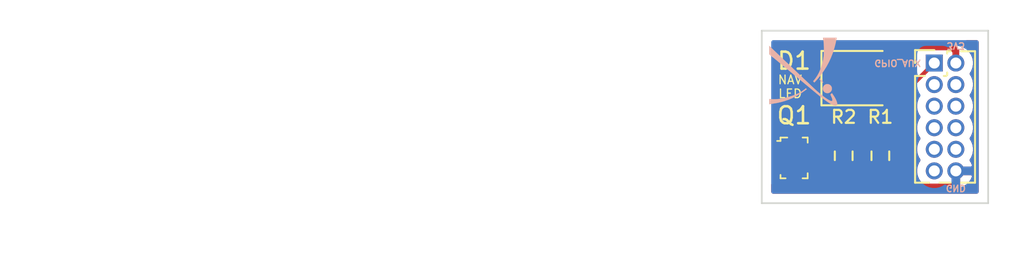
<source format=kicad_pcb>
(kicad_pcb (version 20171130) (host pcbnew "(5.1.12)-1")

  (general
    (thickness 1.6002)
    (drawings 10)
    (tracks 24)
    (zones 0)
    (modules 6)
    (nets 15)
  )

  (page A4)
  (title_block
    (title "Onboard NAV LED PCB")
    (date 2021-11-28)
    (rev 1)
    (comment 2 "Vincent Nguyen")
  )

  (layers
    (0 Front signal)
    (31 Back signal)
    (34 B.Paste user)
    (35 F.Paste user)
    (36 B.SilkS user)
    (37 F.SilkS user)
    (38 B.Mask user)
    (39 F.Mask user)
    (44 Edge.Cuts user)
    (45 Margin user)
    (46 B.CrtYd user)
    (47 F.CrtYd user)
    (49 F.Fab user)
  )

  (setup
    (last_trace_width 0.4)
    (user_trace_width 0.1)
    (user_trace_width 0.2)
    (user_trace_width 0.4)
    (user_trace_width 0.5)
    (trace_clearance 0.25)
    (zone_clearance 0.508)
    (zone_45_only no)
    (trace_min 0.1)
    (via_size 0.8)
    (via_drill 0.4)
    (via_min_size 0.45)
    (via_min_drill 0.2)
    (user_via 0.45 0.2)
    (user_via 0.8 0.4)
    (uvia_size 0.8)
    (uvia_drill 0.4)
    (uvias_allowed no)
    (uvia_min_size 0)
    (uvia_min_drill 0)
    (edge_width 0.1)
    (segment_width 0.1)
    (pcb_text_width 0.3)
    (pcb_text_size 1.5 1.5)
    (mod_edge_width 0.1)
    (mod_text_size 0.8 0.8)
    (mod_text_width 0.1)
    (pad_size 1.524 1.524)
    (pad_drill 0.762)
    (pad_to_mask_clearance 0)
    (solder_mask_min_width 0.1)
    (aux_axis_origin 0 0)
    (visible_elements 7FFFFFFF)
    (pcbplotparams
      (layerselection 0x010fc_ffffffff)
      (usegerberextensions false)
      (usegerberattributes false)
      (usegerberadvancedattributes false)
      (creategerberjobfile false)
      (excludeedgelayer true)
      (linewidth 0.152400)
      (plotframeref false)
      (viasonmask false)
      (mode 1)
      (useauxorigin false)
      (hpglpennumber 1)
      (hpglpenspeed 20)
      (hpglpendiameter 15.000000)
      (psnegative false)
      (psa4output false)
      (plotreference true)
      (plotvalue false)
      (plotinvisibletext false)
      (padsonsilk false)
      (subtractmaskfromsilk true)
      (outputformat 1)
      (mirror false)
      (drillshape 0)
      (scaleselection 1)
      (outputdirectory "./gerbers_for_aisler"))
  )

  (net 0 "")
  (net 1 /3V3)
  (net 2 /GND)
  (net 3 "Net-(D1-Pad1)")
  (net 4 /GPIO_AUX_0)
  (net 5 /GPIO_AUX_1)
  (net 6 /DAC1_OUT1)
  (net 7 /GPIO_AUX_2)
  (net 8 /DAC1_OUT2)
  (net 9 /GPIO_AUX_3)
  (net 10 /LPUART1_TX)
  (net 11 /GPIO_AUX_4)
  (net 12 /LPUART1_RX)
  (net 13 /GPIO_AUX_5)
  (net 14 "Net-(Q1-Pad3)")

  (net_class Default "This is the default net class."
    (clearance 0.25)
    (trace_width 0.25)
    (via_dia 0.8)
    (via_drill 0.4)
    (uvia_dia 0.8)
    (uvia_drill 0.4)
    (diff_pair_width 0.25)
    (diff_pair_gap 0.25)
    (add_net /3V3)
    (add_net /DAC1_OUT1)
    (add_net /DAC1_OUT2)
    (add_net /GND)
    (add_net /GPIO_AUX_0)
    (add_net /GPIO_AUX_1)
    (add_net /GPIO_AUX_2)
    (add_net /GPIO_AUX_3)
    (add_net /GPIO_AUX_4)
    (add_net /GPIO_AUX_5)
    (add_net /LPUART1_RX)
    (add_net /LPUART1_TX)
    (add_net "Net-(D1-Pad1)")
    (add_net "Net-(Q1-Pad3)")
  )

  (net_class Min ""
    (clearance 0.1)
    (trace_width 0.1)
    (via_dia 0.45)
    (via_drill 0.2)
    (uvia_dia 0.45)
    (uvia_drill 0.2)
    (diff_pair_width 0.12)
    (diff_pair_gap 0.12)
  )

  (module Connector_PinHeader_1.27mm:PinHeader_2x06_P1.27mm_Vertical (layer Front) (tedit 59FED6E3) (tstamp 61A3CDA5)
    (at 154.94 95.885)
    (descr "Through hole straight pin header, 2x06, 1.27mm pitch, double rows")
    (tags "Through hole pin header THT 2x06 1.27mm double row")
    (path /6198D3EE)
    (fp_text reference J1 (at 0.635 3.175 90) (layer F.SilkS) hide
      (effects (font (size 1 1) (thickness 0.15)))
    )
    (fp_text value "1.27mm 2x6-PTH" (at 4.445 3.175 90) (layer F.Fab)
      (effects (font (size 1 1) (thickness 0.15)))
    )
    (fp_line (start 2.85 -1.15) (end -1.6 -1.15) (layer F.CrtYd) (width 0.05))
    (fp_line (start 2.85 7.5) (end 2.85 -1.15) (layer F.CrtYd) (width 0.05))
    (fp_line (start -1.6 7.5) (end 2.85 7.5) (layer F.CrtYd) (width 0.05))
    (fp_line (start -1.6 -1.15) (end -1.6 7.5) (layer F.CrtYd) (width 0.05))
    (fp_line (start -1.13 -0.76) (end 0 -0.76) (layer F.SilkS) (width 0.12))
    (fp_line (start -1.13 0) (end -1.13 -0.76) (layer F.SilkS) (width 0.12))
    (fp_line (start 1.57753 -0.695) (end 2.4 -0.695) (layer F.SilkS) (width 0.12))
    (fp_line (start 0.76 -0.695) (end 0.96247 -0.695) (layer F.SilkS) (width 0.12))
    (fp_line (start 0.76 -0.563471) (end 0.76 -0.695) (layer F.SilkS) (width 0.12))
    (fp_line (start 0.76 0.706529) (end 0.76 0.563471) (layer F.SilkS) (width 0.12))
    (fp_line (start 0.563471 0.76) (end 0.706529 0.76) (layer F.SilkS) (width 0.12))
    (fp_line (start -1.13 0.76) (end -0.563471 0.76) (layer F.SilkS) (width 0.12))
    (fp_line (start 2.4 -0.695) (end 2.4 7.045) (layer F.SilkS) (width 0.12))
    (fp_line (start -1.13 0.76) (end -1.13 7.045) (layer F.SilkS) (width 0.12))
    (fp_line (start 0.30753 7.045) (end 0.96247 7.045) (layer F.SilkS) (width 0.12))
    (fp_line (start 1.57753 7.045) (end 2.4 7.045) (layer F.SilkS) (width 0.12))
    (fp_line (start -1.13 7.045) (end -0.30753 7.045) (layer F.SilkS) (width 0.12))
    (fp_line (start -1.07 0.2175) (end -0.2175 -0.635) (layer F.Fab) (width 0.1))
    (fp_line (start -1.07 6.985) (end -1.07 0.2175) (layer F.Fab) (width 0.1))
    (fp_line (start 2.34 6.985) (end -1.07 6.985) (layer F.Fab) (width 0.1))
    (fp_line (start 2.34 -0.635) (end 2.34 6.985) (layer F.Fab) (width 0.1))
    (fp_line (start -0.2175 -0.635) (end 2.34 -0.635) (layer F.Fab) (width 0.1))
    (pad 1 thru_hole rect (at 0 0) (size 1 1) (drill 0.65) (layers *.Cu *.Mask)
      (net 4 /GPIO_AUX_0))
    (pad 2 thru_hole oval (at 1.27 0) (size 1 1) (drill 0.65) (layers *.Cu *.Mask)
      (net 1 /3V3))
    (pad 3 thru_hole oval (at 0 1.27) (size 1 1) (drill 0.65) (layers *.Cu *.Mask)
      (net 5 /GPIO_AUX_1))
    (pad 4 thru_hole oval (at 1.27 1.27) (size 1 1) (drill 0.65) (layers *.Cu *.Mask)
      (net 6 /DAC1_OUT1))
    (pad 5 thru_hole oval (at 0 2.54) (size 1 1) (drill 0.65) (layers *.Cu *.Mask)
      (net 7 /GPIO_AUX_2))
    (pad 6 thru_hole oval (at 1.27 2.54) (size 1 1) (drill 0.65) (layers *.Cu *.Mask)
      (net 8 /DAC1_OUT2))
    (pad 7 thru_hole oval (at 0 3.81) (size 1 1) (drill 0.65) (layers *.Cu *.Mask)
      (net 9 /GPIO_AUX_3))
    (pad 8 thru_hole oval (at 1.27 3.81) (size 1 1) (drill 0.65) (layers *.Cu *.Mask)
      (net 10 /LPUART1_TX))
    (pad 9 thru_hole oval (at 0 5.08) (size 1 1) (drill 0.65) (layers *.Cu *.Mask)
      (net 11 /GPIO_AUX_4))
    (pad 10 thru_hole oval (at 1.27 5.08) (size 1 1) (drill 0.65) (layers *.Cu *.Mask)
      (net 12 /LPUART1_RX))
    (pad 11 thru_hole oval (at 0 6.35) (size 1 1) (drill 0.65) (layers *.Cu *.Mask)
      (net 13 /GPIO_AUX_5))
    (pad 12 thru_hole oval (at 1.27 6.35) (size 1 1) (drill 0.65) (layers *.Cu *.Mask)
      (net 2 /GND))
  )

  (module graphics:xplore_logo_4mm locked (layer Back) (tedit 0) (tstamp 61A280B4)
    (at 149.86 96.393)
    (fp_text reference " " (at 0 0) (layer B.SilkS) hide
      (effects (font (size 1.524 1.524) (thickness 0.3)) (justify mirror))
    )
    (fp_text value " " (at 0.75 0) (layer B.SilkS) hide
      (effects (font (size 1.524 1.524) (thickness 0.3)) (justify mirror))
    )
    (fp_poly (pts (xy -4.606018 1.910096) (xy -4.585169 1.906919) (xy -4.551338 1.901999) (xy -4.509517 1.896053)
      (xy -4.472215 1.89084) (xy -4.205799 1.846969) (xy -3.95158 1.790629) (xy -3.708016 1.721198)
      (xy -3.473563 1.638054) (xy -3.246677 1.540577) (xy -3.025817 1.428143) (xy -2.809438 1.300132)
      (xy -2.595998 1.155923) (xy -2.532176 1.109309) (xy -2.429101 1.032732) (xy -2.454498 1.006223)
      (xy -2.470463 0.989794) (xy -2.479648 0.980795) (xy -2.480466 0.980187) (xy -2.487308 0.985642)
      (xy -2.505242 0.999923) (xy -2.531165 1.02056) (xy -2.549072 1.034815) (xy -2.658701 1.116813)
      (xy -2.771875 1.190561) (xy -2.891574 1.257616) (xy -3.02078 1.319536) (xy -3.162474 1.377878)
      (xy -3.302 1.428226) (xy -3.531586 1.499799) (xy -3.754376 1.555702) (xy -3.969713 1.595781)
      (xy -4.077552 1.610206) (xy -4.129876 1.614915) (xy -4.193528 1.618578) (xy -4.264351 1.621152)
      (xy -4.338191 1.62259) (xy -4.410889 1.622846) (xy -4.478289 1.621876) (xy -4.536236 1.619634)
      (xy -4.580572 1.616074) (xy -4.58334 1.615739) (xy -4.6355 1.609223) (xy -4.6355 1.914894)
      (xy -4.606018 1.910096)) (layer B.SilkS) (width 0.01))
    (fp_poly (pts (xy -1.170586 1.262423) (xy -1.135926 1.255883) (xy -1.10515 1.2438) (xy -1.047203 1.206795)
      (xy -1.002064 1.159616) (xy -0.970204 1.104899) (xy -0.95209 1.045281) (xy -0.948192 0.983398)
      (xy -0.958978 0.921887) (xy -0.984918 0.863386) (xy -1.02648 0.81053) (xy -1.027867 0.809163)
      (xy -1.078777 0.770151) (xy -1.137183 0.74342) (xy -1.198588 0.730331) (xy -1.258494 0.732246)
      (xy -1.272409 0.735153) (xy -1.336574 0.759323) (xy -1.390088 0.795799) (xy -1.432224 0.842096)
      (xy -1.462251 0.89573) (xy -1.479443 0.954218) (xy -1.48307 1.015075) (xy -1.472404 1.075817)
      (xy -1.446716 1.133959) (xy -1.405277 1.187017) (xy -1.405005 1.18729) (xy -1.355822 1.227734)
      (xy -1.303083 1.252508) (xy -1.242358 1.263412) (xy -1.215572 1.264293) (xy -1.170586 1.262423)) (layer B.SilkS) (width 0.01))
    (fp_poly (pts (xy -1.492644 0.650991) (xy -1.48484 0.647174) (xy -1.46768 0.636777) (xy -1.460501 0.629635)
      (xy -1.460501 0.629617) (xy -1.466091 0.620657) (xy -1.481221 0.601126) (xy -1.503424 0.573901)
      (xy -1.530237 0.541862) (xy -1.559194 0.507887) (xy -1.587831 0.474855) (xy -1.613683 0.445644)
      (xy -1.634285 0.423133) (xy -1.647174 0.410202) (xy -1.650064 0.408215) (xy -1.66093 0.414259)
      (xy -1.673349 0.425993) (xy -1.678983 0.433277) (xy -1.680792 0.441066) (xy -1.677376 0.451739)
      (xy -1.667336 0.467672) (xy -1.649275 0.491244) (xy -1.621792 0.524832) (xy -1.599309 0.551849)
      (xy -1.565118 0.59271) (xy -1.540378 0.621433) (xy -1.522924 0.639822) (xy -1.510592 0.649676)
      (xy -1.50122 0.652799) (xy -1.492644 0.650991)) (layer B.SilkS) (width 0.01))
    (fp_poly (pts (xy -0.704226 1.990563) (xy -0.671955 1.979377) (xy -0.660863 1.97118) (xy -0.642659 1.940393)
      (xy -0.636417 1.897348) (xy -0.641756 1.843086) (xy -0.658297 1.778648) (xy -0.68566 1.705073)
      (xy -0.723464 1.623404) (xy -0.771329 1.534679) (xy -0.828876 1.439941) (xy -0.886332 1.353709)
      (xy -0.944597 1.269596) (xy -0.988984 1.303816) (xy -1.012417 1.323348) (xy -1.028649 1.339675)
      (xy -1.033757 1.34805) (xy -1.030268 1.36001) (xy -1.020542 1.38441) (xy -1.006199 1.417337)
      (xy -0.993846 1.444298) (xy -0.960867 1.517985) (xy -0.937441 1.578011) (xy -0.923232 1.625927)
      (xy -0.917905 1.663282) (xy -0.921125 1.691628) (xy -0.932556 1.712514) (xy -0.935208 1.71535)
      (xy -0.953052 1.728117) (xy -0.974823 1.730238) (xy -0.987368 1.728472) (xy -1.035184 1.714557)
      (xy -1.094548 1.687998) (xy -1.164611 1.649397) (xy -1.244524 1.599357) (xy -1.33344 1.538479)
      (xy -1.430508 1.467366) (xy -1.53488 1.38662) (xy -1.645706 1.296844) (xy -1.762139 1.19864)
      (xy -1.882322 1.093506) (xy -1.900719 1.076737) (xy -1.93145 1.04823) (xy -1.973706 1.008752)
      (xy -2.026677 0.95907) (xy -2.089554 0.899952) (xy -2.161526 0.832165) (xy -2.241785 0.756478)
      (xy -2.329521 0.673657) (xy -2.423924 0.584471) (xy -2.524185 0.489686) (xy -2.629494 0.390071)
      (xy -2.739042 0.286392) (xy -2.852019 0.179419) (xy -2.967616 0.069917) (xy -3.085023 -0.041345)
      (xy -3.20343 -0.1536) (xy -3.322029 -0.26608) (xy -3.440009 -0.378018) (xy -3.556561 -0.488645)
      (xy -3.670875 -0.597196) (xy -3.782142 -0.702901) (xy -3.889553 -0.804993) (xy -3.992297 -0.902706)
      (xy -4.089566 -0.995271) (xy -4.180549 -1.08192) (xy -4.264438 -1.161887) (xy -4.340422 -1.234403)
      (xy -4.407692 -1.298701) (xy -4.465439 -1.354013) (xy -4.512853 -1.399573) (xy -4.549124 -1.434612)
      (xy -4.565197 -1.450261) (xy -4.6355 -1.519038) (xy -4.635055 -1.269787) (xy -4.63461 -1.020535)
      (xy -4.505788 -0.915589) (xy -4.405151 -0.833454) (xy -4.297504 -0.7453) (xy -4.1822 -0.650591)
      (xy -4.058588 -0.54879) (xy -3.92602 -0.439361) (xy -3.783848 -0.321766) (xy -3.631423 -0.195469)
      (xy -3.468097 -0.059932) (xy -3.29322 0.08538) (xy -3.106144 0.241005) (xy -2.906221 0.40748)
      (xy -2.784929 0.508546) (xy -2.66935 0.604836) (xy -2.555405 0.699693) (xy -2.444112 0.792273)
      (xy -2.336488 0.881733) (xy -2.233548 0.967231) (xy -2.136311 1.047922) (xy -2.045793 1.122965)
      (xy -1.963011 1.191517) (xy -1.888982 1.252734) (xy -1.824721 1.305773) (xy -1.771248 1.349791)
      (xy -1.729577 1.383947) (xy -1.700727 1.407395) (xy -1.698786 1.408958) (xy -1.549881 1.526892)
      (xy -1.413055 1.631443) (xy -1.28821 1.722676) (xy -1.175247 1.800655) (xy -1.074068 1.865446)
      (xy -0.984576 1.917115) (xy -0.906672 1.955727) (xy -0.840257 1.981348) (xy -0.83991 1.981457)
      (xy -0.793018 1.99188) (xy -0.746186 1.994823) (xy -0.704226 1.990563)) (layer B.SilkS) (width 0.01))
    (fp_poly (pts (xy -1.975679 0.628213) (xy -1.955187 0.609038) (xy -1.926447 0.579255) (xy -1.891 0.540646)
      (xy -1.850388 0.49499) (xy -1.806153 0.444069) (xy -1.759837 0.389663) (xy -1.712982 0.333551)
      (xy -1.66713 0.277516) (xy -1.623822 0.223338) (xy -1.5846 0.172796) (xy -1.573968 0.15875)
      (xy -1.409938 -0.07278) (xy -1.262329 -0.309661) (xy -1.130185 -0.553713) (xy -1.012555 -0.806757)
      (xy -0.908483 -1.070612) (xy -0.865977 -1.192893) (xy -0.79292 -1.430508) (xy -0.732401 -1.667451)
      (xy -0.685481 -1.89945) (xy -0.675843 -1.95716) (xy -0.669691 -1.995714) (xy -1.471591 -1.995714)
      (xy -1.466103 -1.966232) (xy -1.442482 -1.812472) (xy -1.426036 -1.646368) (xy -1.416785 -1.472244)
      (xy -1.41475 -1.294429) (xy -1.419951 -1.11725) (xy -1.432406 -0.945032) (xy -1.452136 -0.782103)
      (xy -1.460436 -0.73) (xy -1.503849 -0.518508) (xy -1.560541 -0.315615) (xy -1.630049 -0.122376)
      (xy -1.711908 0.060156) (xy -1.805653 0.230928) (xy -1.910822 0.388887) (xy -2.006865 0.509987)
      (xy -2.051451 0.561866) (xy -2.022065 0.598433) (xy -2.004284 0.619167) (xy -1.990773 0.632419)
      (xy -1.986381 0.635) (xy -1.975679 0.628213)) (layer B.SilkS) (width 0.01))
  )

  (module Custom_ICs:LED_LUXEON_2835 (layer Front) (tedit 61A3B979) (tstamp 61A42D98)
    (at 150.495 96.774)
    (descr https://www.luckylight.cn/media/component/data-sheet/R2835BC-B2M-M10.pdf)
    (tags LED)
    (path /61A44CB0)
    (attr smd)
    (fp_text reference D1 (at -3.81 -1.016) (layer F.SilkS)
      (effects (font (size 1 1) (thickness 0.15)))
    )
    (fp_text value CYAN (at 2.667 0 90) (layer F.Fab)
      (effects (font (size 1 1) (thickness 0.15)))
    )
    (fp_line (start 2.25 -1.65) (end 2.25 1.65) (layer F.CrtYd) (width 0.05))
    (fp_line (start -2.25 -1.65) (end 2.25 -1.65) (layer F.CrtYd) (width 0.05))
    (fp_line (start -2.25 1.65) (end -2.25 -1.65) (layer F.CrtYd) (width 0.05))
    (fp_line (start 2.25 1.65) (end -2.25 1.65) (layer F.CrtYd) (width 0.05))
    (fp_line (start 1.4 -1.6) (end -2.2 -1.6) (layer F.SilkS) (width 0.12))
    (fp_line (start 1.4 1.6) (end -2.2 1.6) (layer F.SilkS) (width 0.12))
    (fp_line (start 1.6 -1.4) (end 1.6 1.4) (layer F.Fab) (width 0.1))
    (fp_line (start -1.2 -1.4) (end 1.6 -1.4) (layer F.Fab) (width 0.1))
    (fp_line (start -1.9 1.4) (end -1.9 -0.7) (layer F.Fab) (width 0.1))
    (fp_line (start 1.6 1.4) (end -1.9 1.4) (layer F.Fab) (width 0.1))
    (fp_line (start -2.2 -1.6) (end -2.2 1.6) (layer F.SilkS) (width 0.12))
    (fp_line (start -1.2 -1.4) (end -1.9 -0.7) (layer F.Fab) (width 0.1))
    (fp_text user %R (at 0 0) (layer F.Fab)
      (effects (font (size 0.9 0.9) (thickness 0.135)))
    )
    (pad 2 smd roundrect (at 1.1 0) (size 0.97 1.9) (layers Front F.Paste F.Mask) (roundrect_rratio 0.103)
      (net 1 /3V3))
    (pad 1 smd roundrect (at -0.9 0) (size 2.03 1.9) (layers Front F.Paste F.Mask) (roundrect_rratio 0.053)
      (net 3 "Net-(D1-Pad1)"))
    (model ${KISYS3DMOD}/LED_SMD.3dshapes/LED_PLCC_2835.wrl
      (at (xyz 0 0 0))
      (scale (xyz 1 1 1))
      (rotate (xyz 0 0 0))
    )
    (model ${KISYS3DMOD}/LED_SMD.3dshapes/LED_2835.STEP
      (offset (xyz -0.1651 0 0))
      (scale (xyz 1 1 1))
      (rotate (xyz 0 0 90))
    )
  )

  (module digikey-footprints:SOT-323 (layer Front) (tedit 5D28A61F) (tstamp 61A40FE6)
    (at 146.685 101.473)
    (descr https://assets.nexperia.com/documents/data-sheet/PESD1CAN-U.pdf)
    (path /61A41F70)
    (attr smd)
    (fp_text reference Q1 (at 0 -2.5) (layer F.SilkS)
      (effects (font (size 1 1) (thickness 0.15)))
    )
    (fp_text value DMN2053UW-7 (at -3.175 -2.413 270) (layer F.Fab)
      (effects (font (size 1 1) (thickness 0.15)))
    )
    (fp_text user %R (at 0 0 90) (layer F.Fab)
      (effects (font (size 0.5 0.5) (thickness 0.05)))
    )
    (fp_line (start -1.5 1.5) (end 1.5 1.5) (layer F.CrtYd) (width 0.05))
    (fp_line (start -1.5 -1.5) (end -1.5 1.5) (layer F.CrtYd) (width 0.05))
    (fp_line (start 1.5 -1.5) (end 1.5 1.5) (layer F.CrtYd) (width 0.05))
    (fp_line (start -1.5 -1.5) (end 1.5 -1.5) (layer F.CrtYd) (width 0.05))
    (fp_line (start -0.8 1) (end -0.8 1.2) (layer F.SilkS) (width 0.1))
    (fp_line (start -0.8 1.2) (end -0.5 1.2) (layer F.SilkS) (width 0.1))
    (fp_line (start 0.5 1.2) (end 0.8 1.2) (layer F.SilkS) (width 0.1))
    (fp_line (start 0.8 1.2) (end 0.8 0.9) (layer F.SilkS) (width 0.1))
    (fp_line (start 0.5 -1.2) (end 0.8 -1.2) (layer F.SilkS) (width 0.1))
    (fp_line (start 0.8 -1.2) (end 0.8 -0.9) (layer F.SilkS) (width 0.1))
    (fp_line (start -0.4 -1.2) (end -0.8 -1.2) (layer F.SilkS) (width 0.1))
    (fp_line (start -0.8 -1.2) (end -0.8 -1) (layer F.SilkS) (width 0.1))
    (fp_line (start -0.8 -1) (end -1 -1) (layer F.SilkS) (width 0.1))
    (fp_line (start -0.675 -1.1) (end -0.675 1.1) (layer F.Fab) (width 0.1))
    (fp_line (start -0.675 1.1) (end 0.675 1.1) (layer F.Fab) (width 0.1))
    (fp_line (start 0.675 -1.1) (end 0.675 1.1) (layer F.Fab) (width 0.1))
    (fp_line (start -0.675 -1.1) (end 0.675 -1.1) (layer F.Fab) (width 0.1))
    (pad 3 smd rect (at 0.925 0) (size 0.55 0.6) (layers Front F.Paste F.Mask)
      (net 14 "Net-(Q1-Pad3)"))
    (pad 2 smd rect (at -0.925 0.65) (size 0.55 0.6) (layers Front F.Paste F.Mask)
      (net 2 /GND))
    (pad 1 smd rect (at -0.925 -0.65) (size 0.55 0.6) (layers Front F.Paste F.Mask)
      (net 4 /GPIO_AUX_0))
    (model ${KISYS3DMOD}/Package_TO_SOT_SMD.3dshapes/SOT-323_SC-70.step
      (at (xyz 0 0 0))
      (scale (xyz 1 1 1))
      (rotate (xyz 0 0 0))
    )
  )

  (module Resistor_SMD:R_0603_1608Metric_Pad0.98x0.95mm_HandSolder (layer Front) (tedit 5F68FEEE) (tstamp 61A4239D)
    (at 151.765 101.346 270)
    (descr "Resistor SMD 0603 (1608 Metric), square (rectangular) end terminal, IPC_7351 nominal with elongated pad for handsoldering. (Body size source: IPC-SM-782 page 72, https://www.pcb-3d.com/wordpress/wp-content/uploads/ipc-sm-782a_amendment_1_and_2.pdf), generated with kicad-footprint-generator")
    (tags "resistor handsolder")
    (path /61A43B29)
    (attr smd)
    (fp_text reference R1 (at -2.286 0 180) (layer F.SilkS)
      (effects (font (size 0.762 0.762) (thickness 0.127)))
    )
    (fp_text value 100k (at 0.127 0 90) (layer F.Fab)
      (effects (font (size 1 1) (thickness 0.15)))
    )
    (fp_text user %R (at 0 0 90) (layer F.Fab)
      (effects (font (size 0.4 0.4) (thickness 0.06)))
    )
    (fp_line (start -0.8 0.4125) (end -0.8 -0.4125) (layer F.Fab) (width 0.1))
    (fp_line (start -0.8 -0.4125) (end 0.8 -0.4125) (layer F.Fab) (width 0.1))
    (fp_line (start 0.8 -0.4125) (end 0.8 0.4125) (layer F.Fab) (width 0.1))
    (fp_line (start 0.8 0.4125) (end -0.8 0.4125) (layer F.Fab) (width 0.1))
    (fp_line (start -0.254724 -0.5225) (end 0.254724 -0.5225) (layer F.SilkS) (width 0.12))
    (fp_line (start -0.254724 0.5225) (end 0.254724 0.5225) (layer F.SilkS) (width 0.12))
    (fp_line (start -1.65 0.73) (end -1.65 -0.73) (layer F.CrtYd) (width 0.05))
    (fp_line (start -1.65 -0.73) (end 1.65 -0.73) (layer F.CrtYd) (width 0.05))
    (fp_line (start 1.65 -0.73) (end 1.65 0.73) (layer F.CrtYd) (width 0.05))
    (fp_line (start 1.65 0.73) (end -1.65 0.73) (layer F.CrtYd) (width 0.05))
    (pad 2 smd roundrect (at 0.9125 0 270) (size 0.975 0.95) (layers Front F.Paste F.Mask) (roundrect_rratio 0.25)
      (net 2 /GND))
    (pad 1 smd roundrect (at -0.9125 0 270) (size 0.975 0.95) (layers Front F.Paste F.Mask) (roundrect_rratio 0.25)
      (net 4 /GPIO_AUX_0))
    (model ${KISYS3DMOD}/Resistor_SMD.3dshapes/R_0603_1608Metric.wrl
      (at (xyz 0 0 0))
      (scale (xyz 1 1 1))
      (rotate (xyz 0 0 0))
    )
  )

  (module Resistor_SMD:R_0603_1608Metric_Pad0.98x0.95mm_HandSolder (layer Front) (tedit 5F68FEEE) (tstamp 61A416E1)
    (at 149.606 101.346 270)
    (descr "Resistor SMD 0603 (1608 Metric), square (rectangular) end terminal, IPC_7351 nominal with elongated pad for handsoldering. (Body size source: IPC-SM-782 page 72, https://www.pcb-3d.com/wordpress/wp-content/uploads/ipc-sm-782a_amendment_1_and_2.pdf), generated with kicad-footprint-generator")
    (tags "resistor handsolder")
    (path /61A457F0)
    (attr smd)
    (fp_text reference R2 (at -2.286 0 180) (layer F.SilkS)
      (effects (font (size 0.762 0.762) (thickness 0.127)))
    )
    (fp_text value 2 (at -0.127 0 90) (layer F.Fab)
      (effects (font (size 1 1) (thickness 0.15)))
    )
    (fp_text user %R (at 0 0 90) (layer F.Fab)
      (effects (font (size 0.4 0.4) (thickness 0.06)))
    )
    (fp_line (start -0.8 0.4125) (end -0.8 -0.4125) (layer F.Fab) (width 0.1))
    (fp_line (start -0.8 -0.4125) (end 0.8 -0.4125) (layer F.Fab) (width 0.1))
    (fp_line (start 0.8 -0.4125) (end 0.8 0.4125) (layer F.Fab) (width 0.1))
    (fp_line (start 0.8 0.4125) (end -0.8 0.4125) (layer F.Fab) (width 0.1))
    (fp_line (start -0.254724 -0.5225) (end 0.254724 -0.5225) (layer F.SilkS) (width 0.12))
    (fp_line (start -0.254724 0.5225) (end 0.254724 0.5225) (layer F.SilkS) (width 0.12))
    (fp_line (start -1.65 0.73) (end -1.65 -0.73) (layer F.CrtYd) (width 0.05))
    (fp_line (start -1.65 -0.73) (end 1.65 -0.73) (layer F.CrtYd) (width 0.05))
    (fp_line (start 1.65 -0.73) (end 1.65 0.73) (layer F.CrtYd) (width 0.05))
    (fp_line (start 1.65 0.73) (end -1.65 0.73) (layer F.CrtYd) (width 0.05))
    (pad 2 smd roundrect (at 0.9125 0 270) (size 0.975 0.95) (layers Front F.Paste F.Mask) (roundrect_rratio 0.25)
      (net 14 "Net-(Q1-Pad3)"))
    (pad 1 smd roundrect (at -0.9125 0 270) (size 0.975 0.95) (layers Front F.Paste F.Mask) (roundrect_rratio 0.25)
      (net 3 "Net-(D1-Pad1)"))
    (model ${KISYS3DMOD}/Resistor_SMD.3dshapes/R_0603_1608Metric.wrl
      (at (xyz 0 0 0))
      (scale (xyz 1 1 1))
      (rotate (xyz 0 0 0))
    )
  )

  (gr_text GND (at 156.21 103.251 180) (layer B.SilkS) (tstamp 61A42A1B)
    (effects (font (size 0.381 0.381) (thickness 0.0762)) (justify mirror))
  )
  (gr_text GPIO_AUX (at 152.781 95.885 180) (layer B.SilkS) (tstamp 61A429CC)
    (effects (font (size 0.381 0.381) (thickness 0.0762)) (justify mirror))
  )
  (gr_text 3V3 (at 156.21 94.869 180) (layer B.SilkS)
    (effects (font (size 0.381 0.381) (thickness 0.0762)) (justify mirror))
  )
  (gr_text "NAV\nLED" (at 147.193 97.282) (layer F.SilkS) (tstamp 61A42932)
    (effects (font (size 0.508 0.508) (thickness 0.0762)) (justify right))
  )
  (gr_line (start 144.78 93.98) (end 158.115 93.98) (layer Edge.Cuts) (width 0.1))
  (gr_line (start 158.115 93.98) (end 158.115 104.14) (layer Edge.Cuts) (width 0.1))
  (gr_line (start 144.78 104.14) (end 144.78 93.98) (layer Edge.Cuts) (width 0.1) (tstamp 61994459))
  (gr_line (start 158.115 104.14) (end 144.78 104.14) (layer Edge.Cuts) (width 0.1))
  (gr_line (start 124 93) (end 120 107) (layer Cmts.User) (width 0.1524))
  (gr_line (start 100 100) (end 124 93) (layer Cmts.User) (width 0.1524))

  (segment (start 153.434001 94.934999) (end 151.595 96.774) (width 0.4) (layer Front) (net 1))
  (segment (start 155.967105 94.934999) (end 153.434001 94.934999) (width 0.4) (layer Front) (net 1))
  (segment (start 156.21 95.177894) (end 155.967105 94.934999) (width 0.4) (layer Front) (net 1))
  (segment (start 156.21 95.885) (end 156.21 95.177894) (width 0.4) (layer Front) (net 1))
  (segment (start 152.691501 103.185001) (end 151.765 102.2585) (width 0.4) (layer Front) (net 2))
  (segment (start 155.967105 103.185001) (end 152.691501 103.185001) (width 0.4) (layer Front) (net 2))
  (segment (start 156.21 102.942106) (end 155.967105 103.185001) (width 0.4) (layer Front) (net 2))
  (segment (start 156.21 102.235) (end 156.21 102.942106) (width 0.4) (layer Front) (net 2))
  (segment (start 146.83301 103.19601) (end 145.76 102.123) (width 0.4) (layer Front) (net 2))
  (segment (start 150.82749 103.19601) (end 146.83301 103.19601) (width 0.4) (layer Front) (net 2))
  (segment (start 151.765 102.2585) (end 150.82749 103.19601) (width 0.4) (layer Front) (net 2))
  (segment (start 149.225 96.89) (end 149.595 96.52) (width 0.4) (layer Front) (net 3))
  (segment (start 149.606 96.531) (end 149.595 96.52) (width 0.4) (layer Front) (net 3))
  (segment (start 149.595 100.4225) (end 149.606 100.4335) (width 0.4) (layer Front) (net 3))
  (segment (start 149.595 96.774) (end 149.595 100.4225) (width 0.4) (layer Front) (net 3))
  (segment (start 151.765 99.06) (end 151.765 100.4335) (width 0.25) (layer Front) (net 4))
  (segment (start 154.94 95.885) (end 151.765 99.06) (width 0.25) (layer Front) (net 4))
  (segment (start 145.785001 100.797999) (end 145.76 100.823) (width 0.25) (layer Front) (net 4))
  (segment (start 148.683012 101.29601) (end 148.185001 100.797999) (width 0.25) (layer Front) (net 4))
  (segment (start 148.185001 100.797999) (end 145.785001 100.797999) (width 0.25) (layer Front) (net 4))
  (segment (start 150.90249 101.29601) (end 148.683012 101.29601) (width 0.25) (layer Front) (net 4))
  (segment (start 151.765 100.4335) (end 150.90249 101.29601) (width 0.25) (layer Front) (net 4))
  (segment (start 148.3955 102.2585) (end 147.61 101.473) (width 0.4) (layer Front) (net 14))
  (segment (start 149.606 102.2585) (end 148.3955 102.2585) (width 0.4) (layer Front) (net 14))

  (zone (net 2) (net_name /GND) (layer Front) (tstamp 0) (hatch edge 0.508)
    (connect_pads (clearance 0.508))
    (min_thickness 0.254)
    (fill yes (arc_segments 32) (thermal_gap 0.508) (thermal_bridge_width 0.508))
    (polygon
      (pts
        (xy 158.75 104.775) (xy 144.145 104.775) (xy 144.145 93.345) (xy 158.75 93.345)
      )
    )
    (filled_polygon
      (pts
        (xy 157.430001 103.455) (xy 145.465 103.455) (xy 145.465 103.057201) (xy 145.47425 103.058) (xy 145.633 102.89925)
        (xy 145.633 102.25) (xy 145.887 102.25) (xy 145.887 102.89925) (xy 146.04575 103.058) (xy 146.164924 103.047704)
        (xy 146.284301 103.010354) (xy 146.394098 102.950432) (xy 146.490095 102.870241) (xy 146.568603 102.772863) (xy 146.626605 102.662039)
        (xy 146.661871 102.54203) (xy 146.673048 102.417446) (xy 146.67 102.40875) (xy 146.51125 102.25) (xy 145.887 102.25)
        (xy 145.633 102.25) (xy 145.613 102.25) (xy 145.613 101.996) (xy 145.633 101.996) (xy 145.633 101.976)
        (xy 145.887 101.976) (xy 145.887 101.996) (xy 146.51125 101.996) (xy 146.67 101.83725) (xy 146.673048 101.828554)
        (xy 146.661871 101.70397) (xy 146.626605 101.583961) (xy 146.613017 101.557999) (xy 146.696928 101.557999) (xy 146.696928 101.773)
        (xy 146.709188 101.897482) (xy 146.745498 102.01718) (xy 146.804463 102.127494) (xy 146.883815 102.224185) (xy 146.980506 102.303537)
        (xy 147.09082 102.362502) (xy 147.210518 102.398812) (xy 147.335 102.411072) (xy 147.367204 102.411072) (xy 147.776063 102.819931)
        (xy 147.802209 102.851791) (xy 147.929354 102.956136) (xy 148.074413 103.033672) (xy 148.231811 103.081418) (xy 148.354481 103.0935)
        (xy 148.354482 103.0935) (xy 148.3955 103.09754) (xy 148.436518 103.0935) (xy 148.721373 103.0935) (xy 148.749377 103.127623)
        (xy 148.882058 103.236512) (xy 149.033433 103.317423) (xy 149.197684 103.367248) (xy 149.3685 103.384072) (xy 149.8435 103.384072)
        (xy 150.014316 103.367248) (xy 150.178567 103.317423) (xy 150.329942 103.236512) (xy 150.462623 103.127623) (xy 150.571512 102.994942)
        (xy 150.652423 102.843567) (xy 150.659303 102.820886) (xy 150.664188 102.870482) (xy 150.700498 102.99018) (xy 150.759463 103.100494)
        (xy 150.838815 103.197185) (xy 150.935506 103.276537) (xy 151.04582 103.335502) (xy 151.165518 103.371812) (xy 151.29 103.384072)
        (xy 151.47925 103.381) (xy 151.638 103.22225) (xy 151.638 102.3855) (xy 151.892 102.3855) (xy 151.892 103.22225)
        (xy 152.05075 103.381) (xy 152.24 103.384072) (xy 152.364482 103.371812) (xy 152.48418 103.335502) (xy 152.594494 103.276537)
        (xy 152.691185 103.197185) (xy 152.770537 103.100494) (xy 152.829502 102.99018) (xy 152.865812 102.870482) (xy 152.878072 102.746)
        (xy 152.875 102.54425) (xy 152.71625 102.3855) (xy 151.892 102.3855) (xy 151.638 102.3855) (xy 151.618 102.3855)
        (xy 151.618 102.1315) (xy 151.638 102.1315) (xy 151.638 102.1115) (xy 151.892 102.1115) (xy 151.892 102.1315)
        (xy 152.71625 102.1315) (xy 152.875 101.97275) (xy 152.878072 101.771) (xy 152.865812 101.646518) (xy 152.829502 101.52682)
        (xy 152.770537 101.416506) (xy 152.691185 101.319815) (xy 152.641188 101.278783) (xy 152.730512 101.169942) (xy 152.811423 101.018567)
        (xy 152.861248 100.854316) (xy 152.878072 100.6835) (xy 152.878072 100.1835) (xy 152.861248 100.012684) (xy 152.811423 99.848433)
        (xy 152.730512 99.697058) (xy 152.621623 99.564377) (xy 152.525 99.48508) (xy 152.525 99.374801) (xy 153.878845 98.020957)
        (xy 153.848617 98.093933) (xy 153.805 98.313212) (xy 153.805 98.536788) (xy 153.848617 98.756067) (xy 153.934176 98.962624)
        (xy 153.999241 99.06) (xy 153.934176 99.157376) (xy 153.848617 99.363933) (xy 153.805 99.583212) (xy 153.805 99.806788)
        (xy 153.848617 100.026067) (xy 153.934176 100.232624) (xy 153.999241 100.33) (xy 153.934176 100.427376) (xy 153.848617 100.633933)
        (xy 153.805 100.853212) (xy 153.805 101.076788) (xy 153.848617 101.296067) (xy 153.934176 101.502624) (xy 153.999241 101.6)
        (xy 153.934176 101.697376) (xy 153.848617 101.903933) (xy 153.805 102.123212) (xy 153.805 102.346788) (xy 153.848617 102.566067)
        (xy 153.934176 102.772624) (xy 154.058388 102.95852) (xy 154.21648 103.116612) (xy 154.402376 103.240824) (xy 154.608933 103.326383)
        (xy 154.828212 103.37) (xy 155.051788 103.37) (xy 155.271067 103.326383) (xy 155.477624 103.240824) (xy 155.579512 103.172744)
        (xy 155.700471 103.24921) (xy 155.908124 103.329126) (xy 156.083 103.204129) (xy 156.083 102.362) (xy 156.337 102.362)
        (xy 156.337 103.204129) (xy 156.511876 103.329126) (xy 156.719529 103.24921) (xy 156.907601 103.130318) (xy 157.068865 102.97702)
        (xy 157.197123 102.795206) (xy 157.287446 102.591864) (xy 157.304119 102.536874) (xy 157.177954 102.362) (xy 156.337 102.362)
        (xy 156.083 102.362) (xy 156.071974 102.362) (xy 156.075 102.346788) (xy 156.075 102.123212) (xy 156.071974 102.108)
        (xy 156.083 102.108) (xy 156.083 102.096974) (xy 156.098212 102.1) (xy 156.321788 102.1) (xy 156.337 102.096974)
        (xy 156.337 102.108) (xy 157.177954 102.108) (xy 157.304119 101.933126) (xy 157.287446 101.878136) (xy 157.197123 101.674794)
        (xy 157.147647 101.604658) (xy 157.215824 101.502624) (xy 157.301383 101.296067) (xy 157.345 101.076788) (xy 157.345 100.853212)
        (xy 157.301383 100.633933) (xy 157.215824 100.427376) (xy 157.150759 100.33) (xy 157.215824 100.232624) (xy 157.301383 100.026067)
        (xy 157.345 99.806788) (xy 157.345 99.583212) (xy 157.301383 99.363933) (xy 157.215824 99.157376) (xy 157.150759 99.06)
        (xy 157.215824 98.962624) (xy 157.301383 98.756067) (xy 157.345 98.536788) (xy 157.345 98.313212) (xy 157.301383 98.093933)
        (xy 157.215824 97.887376) (xy 157.150759 97.79) (xy 157.215824 97.692624) (xy 157.301383 97.486067) (xy 157.345 97.266788)
        (xy 157.345 97.043212) (xy 157.301383 96.823933) (xy 157.215824 96.617376) (xy 157.150759 96.52) (xy 157.215824 96.422624)
        (xy 157.301383 96.216067) (xy 157.345 95.996788) (xy 157.345 95.773212) (xy 157.301383 95.553933) (xy 157.215824 95.347376)
        (xy 157.091612 95.16148) (xy 157.042596 95.112464) (xy 157.032918 95.014205) (xy 156.985172 94.856807) (xy 156.907636 94.711748)
        (xy 156.869271 94.665) (xy 157.43 94.665)
      )
    )
  )
  (zone (net 2) (net_name /GND) (layer Back) (tstamp 0) (hatch edge 0.508)
    (connect_pads (clearance 0.508))
    (min_thickness 0.254)
    (fill yes (arc_segments 32) (thermal_gap 0.508) (thermal_bridge_width 0.508))
    (polygon
      (pts
        (xy 158.75 104.775) (xy 144.145 104.775) (xy 144.145 93.345) (xy 158.75 93.345)
      )
    )
    (filled_polygon
      (pts
        (xy 157.430001 103.455) (xy 145.465 103.455) (xy 145.465 95.385) (xy 153.801928 95.385) (xy 153.801928 96.385)
        (xy 153.814188 96.509482) (xy 153.850498 96.62918) (xy 153.894888 96.712226) (xy 153.848617 96.823933) (xy 153.805 97.043212)
        (xy 153.805 97.266788) (xy 153.848617 97.486067) (xy 153.934176 97.692624) (xy 153.999241 97.79) (xy 153.934176 97.887376)
        (xy 153.848617 98.093933) (xy 153.805 98.313212) (xy 153.805 98.536788) (xy 153.848617 98.756067) (xy 153.934176 98.962624)
        (xy 153.999241 99.06) (xy 153.934176 99.157376) (xy 153.848617 99.363933) (xy 153.805 99.583212) (xy 153.805 99.806788)
        (xy 153.848617 100.026067) (xy 153.934176 100.232624) (xy 153.999241 100.33) (xy 153.934176 100.427376) (xy 153.848617 100.633933)
        (xy 153.805 100.853212) (xy 153.805 101.076788) (xy 153.848617 101.296067) (xy 153.934176 101.502624) (xy 153.999241 101.6)
        (xy 153.934176 101.697376) (xy 153.848617 101.903933) (xy 153.805 102.123212) (xy 153.805 102.346788) (xy 153.848617 102.566067)
        (xy 153.934176 102.772624) (xy 154.058388 102.95852) (xy 154.21648 103.116612) (xy 154.402376 103.240824) (xy 154.608933 103.326383)
        (xy 154.828212 103.37) (xy 155.051788 103.37) (xy 155.271067 103.326383) (xy 155.477624 103.240824) (xy 155.579512 103.172744)
        (xy 155.700471 103.24921) (xy 155.908124 103.329126) (xy 156.083 103.204129) (xy 156.083 102.362) (xy 156.337 102.362)
        (xy 156.337 103.204129) (xy 156.511876 103.329126) (xy 156.719529 103.24921) (xy 156.907601 103.130318) (xy 157.068865 102.97702)
        (xy 157.197123 102.795206) (xy 157.287446 102.591864) (xy 157.304119 102.536874) (xy 157.177954 102.362) (xy 156.337 102.362)
        (xy 156.083 102.362) (xy 156.071974 102.362) (xy 156.075 102.346788) (xy 156.075 102.123212) (xy 156.071974 102.108)
        (xy 156.083 102.108) (xy 156.083 102.096974) (xy 156.098212 102.1) (xy 156.321788 102.1) (xy 156.337 102.096974)
        (xy 156.337 102.108) (xy 157.177954 102.108) (xy 157.304119 101.933126) (xy 157.287446 101.878136) (xy 157.197123 101.674794)
        (xy 157.147647 101.604658) (xy 157.215824 101.502624) (xy 157.301383 101.296067) (xy 157.345 101.076788) (xy 157.345 100.853212)
        (xy 157.301383 100.633933) (xy 157.215824 100.427376) (xy 157.150759 100.33) (xy 157.215824 100.232624) (xy 157.301383 100.026067)
        (xy 157.345 99.806788) (xy 157.345 99.583212) (xy 157.301383 99.363933) (xy 157.215824 99.157376) (xy 157.150759 99.06)
        (xy 157.215824 98.962624) (xy 157.301383 98.756067) (xy 157.345 98.536788) (xy 157.345 98.313212) (xy 157.301383 98.093933)
        (xy 157.215824 97.887376) (xy 157.150759 97.79) (xy 157.215824 97.692624) (xy 157.301383 97.486067) (xy 157.345 97.266788)
        (xy 157.345 97.043212) (xy 157.301383 96.823933) (xy 157.215824 96.617376) (xy 157.150759 96.52) (xy 157.215824 96.422624)
        (xy 157.301383 96.216067) (xy 157.345 95.996788) (xy 157.345 95.773212) (xy 157.301383 95.553933) (xy 157.215824 95.347376)
        (xy 157.091612 95.16148) (xy 156.93352 95.003388) (xy 156.747624 94.879176) (xy 156.541067 94.793617) (xy 156.321788 94.75)
        (xy 156.098212 94.75) (xy 155.878933 94.793617) (xy 155.767226 94.839888) (xy 155.68418 94.795498) (xy 155.564482 94.759188)
        (xy 155.44 94.746928) (xy 154.44 94.746928) (xy 154.315518 94.759188) (xy 154.19582 94.795498) (xy 154.085506 94.854463)
        (xy 153.988815 94.933815) (xy 153.909463 95.030506) (xy 153.850498 95.14082) (xy 153.814188 95.260518) (xy 153.801928 95.385)
        (xy 145.465 95.385) (xy 145.465 94.665) (xy 157.43 94.665)
      )
    )
  )
)

</source>
